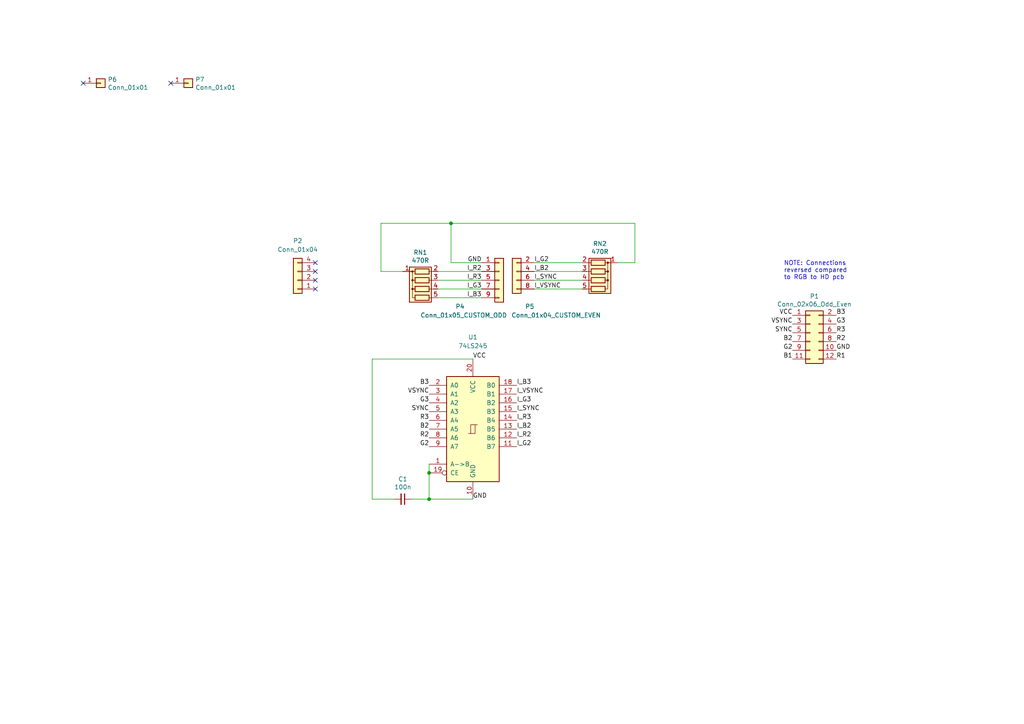
<source format=kicad_sch>
(kicad_sch (version 20230121) (generator eeschema)
  (paper "A4")
  (lib_symbols
    (symbol "74xx:74LS245" (pin_names (offset 1.016))
      (property "Reference" "U" (at -7.62 16.51 0))
      (property "Value" "74LS245" (at -7.62 -16.51 0))
      (symbol "74LS245_1_0"
        (polyline (pts (xy -0.635 -1.27) (xy -0.635 1.27) (xy 0.635 1.27)))
        (polyline (pts (xy -1.27 -1.27) (xy 0.635 -1.27) (xy 0.635 1.27) (xy 1.27 1.27)))
        (pin input line (at -12.7 -10.16 0) (length 5.08) (name "A->B") (number "1"))
        (pin power_in line (at 0 -20.32 90) (length 5.08) (name "GND") (number "10"))
        (pin tri_state line (at 12.7 -5.08 180) (length 5.08) (name "B7") (number "11"))
        (pin tri_state line (at 12.7 -2.54 180) (length 5.08) (name "B6") (number "12"))
        (pin tri_state line (at 12.7 0 180) (length 5.08) (name "B5") (number "13"))
        (pin tri_state line (at 12.7 2.54 180) (length 5.08) (name "B4") (number "14"))
        (pin tri_state line (at 12.7 5.08 180) (length 5.08) (name "B3") (number "15"))
        (pin tri_state line (at 12.7 7.62 180) (length 5.08) (name "B2") (number "16"))
        (pin tri_state line (at 12.7 10.16 180) (length 5.08) (name "B1") (number "17"))
        (pin tri_state line (at 12.7 12.7 180) (length 5.08) (name "B0") (number "18"))
        (pin input inverted (at -12.7 -12.7 0) (length 5.08) (name "CE") (number "19"))
        (pin tri_state line (at -12.7 12.7 0) (length 5.08) (name "A0") (number "2"))
        (pin power_in line (at 0 20.32 270) (length 5.08) (name "VCC") (number "20"))
        (pin tri_state line (at -12.7 10.16 0) (length 5.08) (name "A1") (number "3"))
        (pin tri_state line (at -12.7 7.62 0) (length 5.08) (name "A2") (number "4"))
        (pin tri_state line (at -12.7 5.08 0) (length 5.08) (name "A3") (number "5"))
        (pin tri_state line (at -12.7 2.54 0) (length 5.08) (name "A4") (number "6"))
        (pin tri_state line (at -12.7 0 0) (length 5.08) (name "A5") (number "7"))
        (pin tri_state line (at -12.7 -2.54 0) (length 5.08) (name "A6") (number "8"))
        (pin tri_state line (at -12.7 -5.08 0) (length 5.08) (name "A7") (number "9"))
      )
      (symbol "74LS245_1_1"
        (rectangle (start -7.62 15.24) (end 7.62 -15.24) (stroke (width 0.254)) (fill (type background)))
      )
    )
    (symbol "Connector_Generic:Conn_01x01" (pin_names (offset 1.016) hide)
      (property "Reference" "J" (at 0 2.54 0))
      (property "Value" "Conn_01x01" (at 0 -2.54 0))
      (symbol "Conn_01x01_1_1"
        (rectangle (start -1.27 0.127) (end 0 -0.127) (stroke (width 0.1524)))
        (rectangle (start -1.27 1.27) (end 1.27 -1.27) (stroke (width 0.254)) (fill (type background)))
        (pin passive line (at -5.08 0 0) (length 3.81) (name "Pin_1") (number "1"))
      )
    )
    (symbol "Connector_Generic:Conn_02x06_Odd_Even" (pin_names (offset 1.016) hide)
      (property "Reference" "J" (at 1.27 7.62 0))
      (property "Value" "Conn_02x06_Odd_Even" (at 1.27 -10.16 0))
      (symbol "Conn_02x06_Odd_Even_1_1"
        (rectangle (start -1.27 -7.493) (end 0 -7.747) (stroke (width 0.1524)))
        (rectangle (start -1.27 -4.953) (end 0 -5.207) (stroke (width 0.1524)))
        (rectangle (start -1.27 -2.413) (end 0 -2.667) (stroke (width 0.1524)))
        (rectangle (start -1.27 0.127) (end 0 -0.127) (stroke (width 0.1524)))
        (rectangle (start -1.27 2.667) (end 0 2.413) (stroke (width 0.1524)))
        (rectangle (start -1.27 5.207) (end 0 4.953) (stroke (width 0.1524)))
        (rectangle (start -1.27 6.35) (end 3.81 -8.89) (stroke (width 0.254)) (fill (type background)))
        (rectangle (start 3.81 -7.493) (end 2.54 -7.747) (stroke (width 0.1524)))
        (rectangle (start 3.81 -4.953) (end 2.54 -5.207) (stroke (width 0.1524)))
        (rectangle (start 3.81 -2.413) (end 2.54 -2.667) (stroke (width 0.1524)))
        (rectangle (start 3.81 0.127) (end 2.54 -0.127) (stroke (width 0.1524)))
        (rectangle (start 3.81 2.667) (end 2.54 2.413) (stroke (width 0.1524)))
        (rectangle (start 3.81 5.207) (end 2.54 4.953) (stroke (width 0.1524)))
        (pin passive line (at -5.08 5.08 0) (length 3.81) (name "Pin_1") (number "1"))
        (pin passive line (at 7.62 -5.08 180) (length 3.81) (name "Pin_10") (number "10"))
        (pin passive line (at -5.08 -7.62 0) (length 3.81) (name "Pin_11") (number "11"))
        (pin passive line (at 7.62 -7.62 180) (length 3.81) (name "Pin_12") (number "12"))
        (pin passive line (at 7.62 5.08 180) (length 3.81) (name "Pin_2") (number "2"))
        (pin passive line (at -5.08 2.54 0) (length 3.81) (name "Pin_3") (number "3"))
        (pin passive line (at 7.62 2.54 180) (length 3.81) (name "Pin_4") (number "4"))
        (pin passive line (at -5.08 0 0) (length 3.81) (name "Pin_5") (number "5"))
        (pin passive line (at 7.62 0 180) (length 3.81) (name "Pin_6") (number "6"))
        (pin passive line (at -5.08 -2.54 0) (length 3.81) (name "Pin_7") (number "7"))
        (pin passive line (at 7.62 -2.54 180) (length 3.81) (name "Pin_8") (number "8"))
        (pin passive line (at -5.08 -5.08 0) (length 3.81) (name "Pin_9") (number "9"))
      )
    )
    (symbol "Device:C_Small" (pin_numbers hide) (pin_names (offset 0.254) hide)
      (property "Reference" "C" (at 0.254 1.778 0))
      (property "Value" "C_Small" (at 0.254 -2.032 0))
      (symbol "C_Small_0_1"
        (polyline (pts (xy -1.524 -0.508) (xy 1.524 -0.508)) (stroke (width 0.3302)))
        (polyline (pts (xy -1.524 0.508) (xy 1.524 0.508)) (stroke (width 0.3048)))
      )
      (symbol "C_Small_1_1"
        (pin passive line (at 0 2.54 270) (length 2.032) (name "~") (number "1"))
        (pin passive line (at 0 -2.54 90) (length 2.032) (name "~") (number "2"))
      )
    )
    (symbol "Device:R_Network04" (pin_names (offset 0) hide)
      (property "Reference" "RN" (at -7.62 0 90))
      (property "Value" "R_Network04" (at 5.08 0 90))
      (symbol "R_Network04_0_1"
        (rectangle (start -6.35 -3.175) (end 3.81 3.175) (stroke (width 0.254)) (fill (type background)))
        (rectangle (start -5.842 1.524) (end -4.318 -2.54) (stroke (width 0.254)))
        (circle (center -5.08 2.286) (radius 0.254) (fill (type outline)))
        (rectangle (start -3.302 1.524) (end -1.778 -2.54) (stroke (width 0.254)))
        (circle (center -2.54 2.286) (radius 0.254) (fill (type outline)))
        (rectangle (start -0.762 1.524) (end 0.762 -2.54) (stroke (width 0.254)))
        (polyline (pts (xy -5.08 -2.54) (xy -5.08 -3.81)))
        (polyline (pts (xy -2.54 -2.54) (xy -2.54 -3.81)))
        (polyline (pts (xy 0 -2.54) (xy 0 -3.81)))
        (polyline (pts (xy 2.54 -2.54) (xy 2.54 -3.81)))
        (polyline (pts (xy -5.08 1.524) (xy -5.08 2.286) (xy -2.54 2.286) (xy -2.54 1.524)))
        (polyline (pts (xy -2.54 1.524) (xy -2.54 2.286) (xy 0 2.286) (xy 0 1.524)))
        (polyline (pts (xy 0 1.524) (xy 0 2.286) (xy 2.54 2.286) (xy 2.54 1.524)))
        (circle (center 0 2.286) (radius 0.254) (fill (type outline)))
        (rectangle (start 1.778 1.524) (end 3.302 -2.54) (stroke (width 0.254)))
      )
      (symbol "R_Network04_1_1"
        (pin passive line (at -5.08 5.08 270) (length 2.54) (name "common") (number "1"))
        (pin passive line (at -5.08 -5.08 90) (length 1.27) (name "R1") (number "2"))
        (pin passive line (at -2.54 -5.08 90) (length 1.27) (name "R2") (number "3"))
        (pin passive line (at 0 -5.08 90) (length 1.27) (name "R3") (number "4"))
        (pin passive line (at 2.54 -5.08 90) (length 1.27) (name "R4") (number "5"))
      )
    )
    (symbol "buffer-rescue:Conn_01x04-Connector_Generic" (pin_names (offset 1.016) hide)
      (property "Reference" "J" (at 0 5.08 0))
      (property "Value" "Conn_01x04-Connector_Generic" (at 0 -7.62 0))
      (symbol "Conn_01x04-Connector_Generic_1_1"
        (rectangle (start -1.27 -4.953) (end 0 -5.207) (stroke (width 0.1524)))
        (rectangle (start -1.27 -2.413) (end 0 -2.667) (stroke (width 0.1524)))
        (rectangle (start -1.27 0.127) (end 0 -0.127) (stroke (width 0.1524)))
        (rectangle (start -1.27 2.667) (end 0 2.413) (stroke (width 0.1524)))
        (rectangle (start -1.27 3.81) (end 1.27 -6.35) (stroke (width 0.254)) (fill (type background)))
        (pin passive line (at -5.08 2.54 0) (length 3.81) (name "Pin_1") (number "1"))
        (pin passive line (at -5.08 0 0) (length 3.81) (name "Pin_2") (number "2"))
        (pin passive line (at -5.08 -2.54 0) (length 3.81) (name "Pin_3") (number "3"))
        (pin passive line (at -5.08 -5.08 0) (length 3.81) (name "Pin_4") (number "4"))
      )
    )
    (symbol "buffer-rescue:Conn_01x04_CUSTOM_EVEN-Connector_Generic" (pin_names (offset 1.016) hide)
      (property "Reference" "J" (at 0 5.08 0))
      (property "Value" "Connector_Generic_Conn_01x04_CUSTOM_EVEN" (at 0 -7.62 0))
      (symbol "Conn_01x04_CUSTOM_EVEN-Connector_Generic_1_1"
        (rectangle (start -1.27 -4.953) (end 0 -5.207) (stroke (width 0.1524)))
        (rectangle (start -1.27 -2.413) (end 0 -2.667) (stroke (width 0.1524)))
        (rectangle (start -1.27 0.127) (end 0 -0.127) (stroke (width 0.1524)))
        (rectangle (start -1.27 2.667) (end 0 2.413) (stroke (width 0.1524)))
        (rectangle (start -1.27 3.81) (end 1.27 -6.35) (stroke (width 0.254)) (fill (type background)))
        (pin passive line (at -5.08 2.54 0) (length 3.81) (name "Pin_2") (number "2"))
        (pin passive line (at -5.08 0 0) (length 3.81) (name "Pin_4") (number "4"))
        (pin passive line (at -5.08 -2.54 0) (length 3.81) (name "Pin_6") (number "6"))
        (pin passive line (at -5.08 -5.08 0) (length 3.81) (name "Pin_8") (number "8"))
      )
    )
    (symbol "buffer-rescue:Conn_01x05_CUSTOM_ODD-Connector_Generic" (pin_names (offset 1.016) hide)
      (property "Reference" "J" (at 0 7.62 0))
      (property "Value" "Connector_Generic_Conn_01x05_CUSTOM_ODD" (at 0 -7.62 0))
      (symbol "Conn_01x05_CUSTOM_ODD-Connector_Generic_1_1"
        (rectangle (start -1.27 -4.953) (end 0 -5.207) (stroke (width 0.1524)))
        (rectangle (start -1.27 -2.413) (end 0 -2.667) (stroke (width 0.1524)))
        (rectangle (start -1.27 0.127) (end 0 -0.127) (stroke (width 0.1524)))
        (rectangle (start -1.27 2.667) (end 0 2.413) (stroke (width 0.1524)))
        (rectangle (start -1.27 5.207) (end 0 4.953) (stroke (width 0.1524)))
        (rectangle (start -1.27 6.35) (end 1.27 -6.35) (stroke (width 0.254)) (fill (type background)))
        (pin passive line (at -5.08 5.08 0) (length 3.81) (name "Pin_1") (number "1"))
        (pin passive line (at -5.08 2.54 0) (length 3.81) (name "Pin_3") (number "3"))
        (pin passive line (at -5.08 0 0) (length 3.81) (name "Pin_5") (number "5"))
        (pin passive line (at -5.08 -2.54 0) (length 3.81) (name "Pin_7") (number "7"))
        (pin passive line (at -5.08 -5.08 0) (length 3.81) (name "Pin_9") (number "9"))
      )
    )
  )
  (junction (at 124.46 137.16))
  (junction (at 130.81 64.77))
  (junction (at 124.46 144.78))
  (no_connect (at 91.44 78.74))
  (no_connect (at 91.44 81.28))
  (no_connect (at 49.53 24.13))
  (no_connect (at 24.13 24.13))
  (no_connect (at 64.77 -17.78))
  (no_connect (at 91.44 76.2))
  (no_connect (at 91.44 83.82))
  (wire (pts (xy 119.38 144.78) (xy 124.46 144.78)))
  (wire (pts (xy 184.15 76.2) (xy 184.15 64.77)))
  (wire (pts (xy 139.7 83.82) (xy 127 83.82)))
  (wire (pts (xy 110.49 64.77) (xy 110.49 78.74)))
  (wire (pts (xy 154.94 78.74) (xy 168.91 78.74)))
  (wire (pts (xy 130.81 64.77) (xy 110.49 64.77)))
  (wire (pts (xy 107.95 104.14) (xy 137.16 104.14)))
  (wire (pts (xy 139.7 86.36) (xy 127 86.36)))
  (wire (pts (xy 184.15 64.77) (xy 130.81 64.77)))
  (wire (pts (xy 124.46 144.78) (xy 137.16 144.78)))
  (wire (pts (xy 110.49 78.74) (xy 116.84 78.74)))
  (wire (pts (xy 154.94 83.82) (xy 168.91 83.82)))
  (wire (pts (xy 139.7 81.28) (xy 127 81.28)))
  (wire (pts (xy 130.81 76.2) (xy 130.81 64.77)))
  (wire (pts (xy 179.07 76.2) (xy 184.15 76.2)))
  (wire (pts (xy 114.3 144.78) (xy 107.95 144.78)))
  (wire (pts (xy 154.94 76.2) (xy 168.91 76.2)))
  (wire (pts (xy 124.46 134.62) (xy 124.46 137.16)))
  (wire (pts (xy 127 78.74) (xy 139.7 78.74)))
  (wire (pts (xy 139.7 76.2) (xy 130.81 76.2)))
  (wire (pts (xy 124.46 137.16) (xy 124.46 144.78)))
  (wire (pts (xy 154.94 81.28) (xy 168.91 81.28)))
  (wire (pts (xy 107.95 144.78) (xy 107.95 104.14)))
  (text "NOTE: Connections\nreversed compared\nto RGB to HD pcb" (at 227.33 81.28 0) (effects (font (size 1.27 1.27)) (justify left bottom)))
  (label "R3" (at 242.57 96.52 0))
  (label "R3" (at 124.46 121.92 180))
  (label "I_B2" (at 149.86 124.46 0))
  (label "B1" (at 229.87 104.14 180))
  (label "VSYNC" (at 229.87 93.98 180))
  (label "I_B3" (at 139.7 86.36 180))
  (label "B2" (at 229.87 99.06 180))
  (label "VCC" (at 229.87 91.44 180))
  (label "I_G3" (at 149.86 116.84 0))
  (label "I_SYNC" (at 154.94 81.28 0))
  (label "I_SYNC" (at 149.86 119.38 0))
  (label "I_G2" (at 149.86 129.54 0))
  (label "R2" (at 124.46 127 180))
  (label "G2" (at 229.87 101.6 180))
  (label "G3" (at 242.57 93.98 0))
  (label "B2" (at 124.46 124.46 180))
  (label "G2" (at 124.46 129.54 180))
  (label "B3" (at 242.57 91.44 0))
  (label "VSYNC" (at 124.46 114.3 180))
  (label "I_R3" (at 139.7 81.28 180))
  (label "I_G2" (at 154.94 76.2 0))
  (label "I_B2" (at 154.94 78.74 0))
  (label "I_VSYNC" (at 149.86 114.3 0))
  (label "GND" (at 242.57 101.6 0))
  (label "SYNC" (at 229.87 96.52 180))
  (label "B3" (at 124.46 111.76 180))
  (label "I_VSYNC" (at 154.94 83.82 0))
  (label "G3" (at 124.46 116.84 180))
  (label "GND" (at 137.16 144.78 0))
  (label "GND" (at 139.7 76.2 180))
  (label "I_B3" (at 149.86 111.76 0))
  (label "I_R2" (at 139.7 78.74 180))
  (label "R1" (at 242.57 104.14 0))
  (label "VCC" (at 137.16 104.14 0))
  (label "I_R2" (at 149.86 127 0))
  (label "R2" (at 242.57 99.06 0))
  (label "SYNC" (at 124.46 119.38 180))
  (label "I_R3" (at 149.86 121.92 0))
  (label "I_G3" (at 139.7 83.82 180))
  (symbol (lib_id "buffer-rescue:Conn_01x04-Connector_Generic") (at 86.36 81.28 180) (unit 1)
    (property "Reference" "P2" (at 86.36 69.85 0))
    (property "Value" "Conn_01x04" (at 86.36 72.39 0))
    (property "Footprint" "Connector_PinHeader_2.54mm:PinHeader_1x04_P2.54mm_Vertical" (effects hide))
  )
  (symbol (lib_id "Connector_Generic:Conn_01x01") (at 29.21 24.13 0) (unit 1)
    (property "Reference" "P6" (at 31.242 23.0632 0) (effects (justify left)))
    (property "Value" "Conn_01x01" (at 31.242 25.3746 0) (effects (justify left)))
    (property "Footprint" "Connector_PinHeader_2.54mm:PinHeader_1x01_P2.54mm_Vertical" (effects hide))
  )
  (symbol (lib_id "Connector_Generic:Conn_02x06_Odd_Even") (at 234.95 96.52 0) (unit 1)
    (property "Reference" "P1" (at 236.22 85.9282 0))
    (property "Value" "Conn_02x06_Odd_Even" (at 236.22 88.2396 0))
    (property "Footprint" "Connector_PinSocket_2.54mm:PinSocket_2x06_P2.54mm_Horizontal" (effects hide))
  )
  (symbol (lib_id "Connector_Generic:Conn_01x01") (at 54.61 24.13 0) (unit 1)
    (property "Reference" "P7" (at 56.642 23.0632 0) (effects (justify left)))
    (property "Value" "Conn_01x01" (at 56.642 25.3746 0) (effects (justify left)))
    (property "Footprint" "Connector_PinHeader_2.54mm:PinHeader_1x01_P2.54mm_Vertical" (effects hide))
  )
  (symbol (lib_id "buffer-rescue:Conn_01x04_CUSTOM_EVEN-Connector_Generic") (at 149.86 78.74 0) (mirror y) (unit 1)
    (property "Reference" "P5" (at 153.67 88.9 0))
    (property "Value" "Conn_01x04_CUSTOM_EVEN" (at 161.29 91.44 0))
    (property "Footprint" "Connector_Harwin:Harwin_M20-89004xx_1x04_P2.54mm_Horizontal_CUSTOM_EVEN" (effects hide))
  )
  (symbol (lib_id "buffer-rescue:Conn_01x05_CUSTOM_ODD-Connector_Generic") (at 144.78 81.28 0) (unit 1)
    (property "Reference" "P4" (at 132.08 88.9 0) (effects (justify left)))
    (property "Value" "Conn_01x05_CUSTOM_ODD" (at 121.92 91.44 0) (effects (justify left)))
    (property "Footprint" "Connector_Harwin:Harwin_M20-89005xx_1x05_P2.54mm_Horizontal_CUSTOM_ODD" (effects hide))
  )
  (symbol (lib_id "74xx:74LS245") (at 137.16 124.46 0) (unit 1)
    (property "Reference" "U1" (at 137.16 97.79 0))
    (property "Value" "74LS245" (at 137.16 100.33 0))
    (property "Footprint" "Package_SO:SOIC-20W_7.5x12.8mm_P1.27mm" (effects hide))
    (property "Datasheet" "http://www.ti.com/lit/gpn/sn74LS245" (effects hide))
  )
  (symbol (lib_id "Device:C_Small") (at 116.84 144.78 270) (unit 1)
    (property "Reference" "C1" (at 116.84 138.9634 90))
    (property "Value" "100n" (at 116.84 141.2748 90))
    (property "Footprint" "Capacitor_SMD:C_0805_2012Metric_Pad1.15x1.40mm_HandSolder" (effects hide))
  )
  (symbol (lib_id "Device:R_Network04") (at 121.92 83.82 90) (mirror x) (unit 1)
    (property "Reference" "RN1" (at 121.92 73.2282 90))
    (property "Value" "470R" (at 121.92 75.5396 90))
    (property "Footprint" "Resistor_THT:R_Array_SIP5" (effects hide))
    (property "Datasheet" "http://www.vishay.com/docs/31509/csc.pdf" (effects hide))
  )
  (symbol (lib_id "Device:R_Network04") (at 173.99 81.28 270) (unit 1)
    (property "Reference" "RN2" (at 173.99 70.6882 90))
    (property "Value" "470R" (at 173.99 72.9996 90))
    (property "Footprint" "Resistor_THT:R_Array_SIP5" (effects hide))
    (property "Datasheet" "http://www.vishay.com/docs/31509/csc.pdf" (effects hide))
  )
)
</source>
